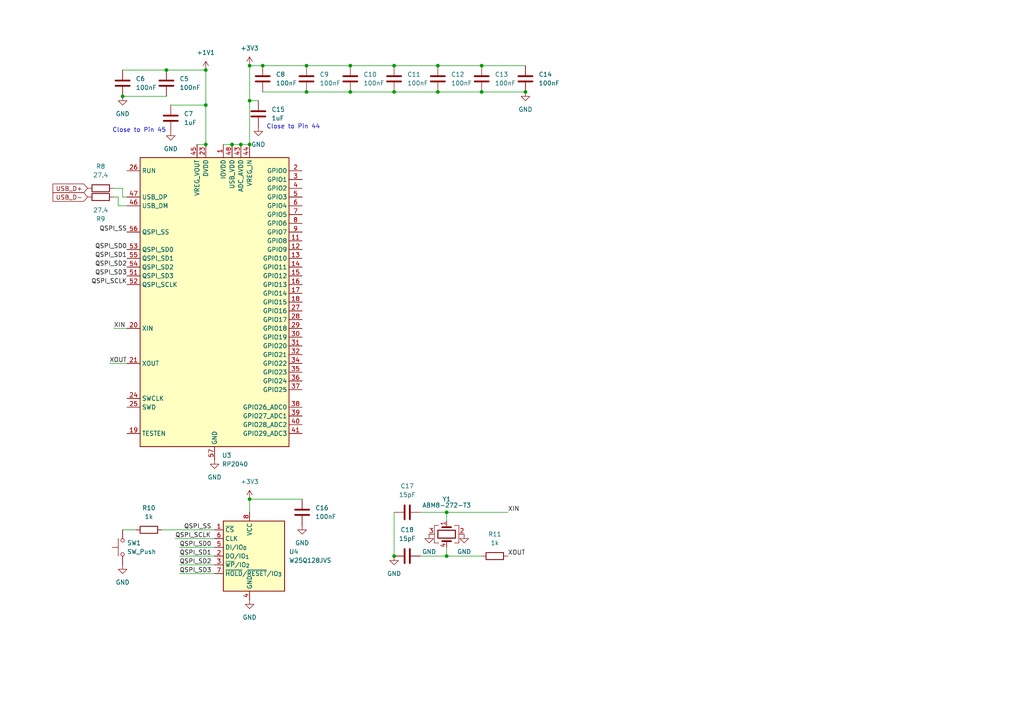
<source format=kicad_sch>
(kicad_sch (version 20250114) (generator "eeschema") (generator_version "9.0")
  (paper "A4")
  (lib_symbols
    (symbol "Device:C" (pin_numbers (hide yes)) (pin_names (offset 0.254))
      (property "Reference" "C" (at 0.635 2.54 0))
      (property "Value" "C" (at 0.635 -2.54 0))
      (symbol "C_0_1"
        (polyline (pts (xy -2.032 0.762) (xy 2.032 0.762)) (stroke (width 0.508)))
        (polyline (pts (xy -2.032 -0.762) (xy 2.032 -0.762)) (stroke (width 0.508)))
      )
      (symbol "C_1_1"
        (pin passive line (at 0 3.81 270) (length 2.794) (name "~") (number "1"))
        (pin passive line (at 0 -3.81 90) (length 2.794) (name "~") (number "2"))
      )
    )
    (symbol "Device:Crystal_GND23" (pin_names (offset 1.016) (hide yes))
      (property "Reference" "Y" (at 3.175 5.08 0))
      (property "Value" "Crystal_GND23" (at 3.175 3.175 0))
      (symbol "Crystal_GND23_0_1"
        (polyline (pts (xy -2.54 2.286) (xy -2.54 3.556) (xy 2.54 3.556) (xy 2.54 2.286)))
        (polyline (pts (xy -2.54 0) (xy -2.032 0)))
        (polyline (pts (xy -2.54 -2.286) (xy -2.54 -3.556) (xy 2.54 -3.556) (xy 2.54 -2.286)))
        (polyline (pts (xy -2.032 -1.27) (xy -2.032 1.27)) (stroke (width 0.508)))
        (rectangle (start -1.143 2.54) (end 1.143 -2.54) (stroke (width 0.3048)))
        (polyline (pts (xy 0 3.556) (xy 0 3.81)))
        (polyline (pts (xy 0 -3.81) (xy 0 -3.556)))
        (polyline (pts (xy 2.032 0) (xy 2.54 0)))
        (polyline (pts (xy 2.032 -1.27) (xy 2.032 1.27)) (stroke (width 0.508)))
      )
      (symbol "Crystal_GND23_1_1"
        (pin passive line (at -3.81 0 0) (length 1.27) (name "1") (number "1"))
        (pin passive line (at 0 5.08 270) (length 1.27) (name "2") (number "2"))
        (pin passive line (at 0 -5.08 90) (length 1.27) (name "3") (number "3"))
        (pin passive line (at 3.81 0 180) (length 1.27) (name "4") (number "4"))
      )
    )
    (symbol "Device:R" (pin_numbers (hide yes)) (pin_names (offset 0))
      (property "Reference" "R" (at 2.032 0 90))
      (property "Value" "R" (at 0 0 90))
      (symbol "R_0_1"
        (rectangle (start -1.016 -2.54) (end 1.016 2.54) (stroke (width 0.254)))
      )
      (symbol "R_1_1"
        (pin passive line (at 0 3.81 270) (length 1.27) (name "~") (number "1"))
        (pin passive line (at 0 -3.81 90) (length 1.27) (name "~") (number "2"))
      )
    )
    (symbol "MCU_RaspberryPi:RP2040"
      (property "Reference" "U" (at 17.78 45.72 0))
      (property "Value" "RP2040" (at 17.78 43.18 0))
      (symbol "RP2040_0_1"
        (rectangle (start -21.59 41.91) (end 21.59 -41.91) (stroke (width 0.254)) (fill (type background)))
      )
      (symbol "RP2040_1_1"
        (pin input line (at -25.4 38.1 0) (length 3.81) (name "RUN") (number "26"))
        (pin bidirectional line (at -25.4 30.48 0) (length 3.81) (name "USB_DP") (number "47"))
        (pin bidirectional line (at -25.4 27.94 0) (length 3.81) (name "USB_DM") (number "46"))
        (pin bidirectional line (at -25.4 20.32 0) (length 3.81) (name "QSPI_SS") (number "56"))
        (pin bidirectional line (at -25.4 15.24 0) (length 3.81) (name "QSPI_SD0") (number "53"))
        (pin bidirectional line (at -25.4 12.7 0) (length 3.81) (name "QSPI_SD1") (number "55"))
        (pin bidirectional line (at -25.4 10.16 0) (length 3.81) (name "QSPI_SD2") (number "54"))
        (pin bidirectional line (at -25.4 7.62 0) (length 3.81) (name "QSPI_SD3") (number "51"))
        (pin output line (at -25.4 5.08 0) (length 3.81) (name "QSPI_SCLK") (number "52"))
        (pin input line (at -25.4 -7.62 0) (length 3.81) (name "XIN") (number "20"))
        (pin passive line (at -25.4 -17.78 0) (length 3.81) (name "XOUT") (number "21"))
        (pin input line (at -25.4 -27.94 0) (length 3.81) (name "SWCLK") (number "24"))
        (pin bidirectional line (at -25.4 -30.48 0) (length 3.81) (name "SWD") (number "25"))
        (pin input line (at -25.4 -38.1 0) (length 3.81) (name "TESTEN") (number "19"))
        (pin power_out line (at -5.08 45.72 270) (length 3.81) (name "VREG_VOUT") (number "45"))
        (pin power_in line (at -2.54 45.72 270) (length 3.81) (name "DVDD") (number "23"))
        (pin passive line (at -2.54 45.72 270) (length 3.81) (hide yes) (name "DVDD") (number "50"))
        (pin power_in line (at 0 -45.72 90) (length 3.81) (name "GND") (number "57"))
        (pin power_in line (at 2.54 45.72 270) (length 3.81) (name "IOVDD") (number "1"))
        (pin passive line (at 2.54 45.72 270) (length 3.81) (hide yes) (name "IOVDD") (number "10"))
        (pin passive line (at 2.54 45.72 270) (length 3.81) (hide yes) (name "IOVDD") (number "22"))
        (pin passive line (at 2.54 45.72 270) (length 3.81) (hide yes) (name "IOVDD") (number "33"))
        (pin passive line (at 2.54 45.72 270) (length 3.81) (hide yes) (name "IOVDD") (number "42"))
        (pin passive line (at 2.54 45.72 270) (length 3.81) (hide yes) (name "IOVDD") (number "49"))
        (pin power_in line (at 5.08 45.72 270) (length 3.81) (name "USB_VDD") (number "48"))
        (pin power_in line (at 7.62 45.72 270) (length 3.81) (name "ADC_AVDD") (number "43"))
        (pin power_in line (at 10.16 45.72 270) (length 3.81) (name "VREG_IN") (number "44"))
        (pin bidirectional line (at 25.4 38.1 180) (length 3.81) (name "GPIO0") (number "2"))
        (pin bidirectional line (at 25.4 35.56 180) (length 3.81) (name "GPIO1") (number "3"))
        (pin bidirectional line (at 25.4 33.02 180) (length 3.81) (name "GPIO2") (number "4"))
        (pin bidirectional line (at 25.4 30.48 180) (length 3.81) (name "GPIO3") (number "5"))
        (pin bidirectional line (at 25.4 27.94 180) (length 3.81) (name "GPIO4") (number "6"))
        (pin bidirectional line (at 25.4 25.4 180) (length 3.81) (name "GPIO5") (number "7"))
        (pin bidirectional line (at 25.4 22.86 180) (length 3.81) (name "GPIO6") (number "8"))
        (pin bidirectional line (at 25.4 20.32 180) (length 3.81) (name "GPIO7") (number "9"))
        (pin bidirectional line (at 25.4 17.78 180) (length 3.81) (name "GPIO8") (number "11"))
        (pin bidirectional line (at 25.4 15.24 180) (length 3.81) (name "GPIO9") (number "12"))
        (pin bidirectional line (at 25.4 12.7 180) (length 3.81) (name "GPIO10") (number "13"))
        (pin bidirectional line (at 25.4 10.16 180) (length 3.81) (name "GPIO11") (number "14"))
        (pin bidirectional line (at 25.4 7.62 180) (length 3.81) (name "GPIO12") (number "15"))
        (pin bidirectional line (at 25.4 5.08 180) (length 3.81) (name "GPIO13") (number "16"))
        (pin bidirectional line (at 25.4 2.54 180) (length 3.81) (name "GPIO14") (number "17"))
        (pin bidirectional line (at 25.4 0 180) (length 3.81) (name "GPIO15") (number "18"))
        (pin bidirectional line (at 25.4 -2.54 180) (length 3.81) (name "GPIO16") (number "27"))
        (pin bidirectional line (at 25.4 -5.08 180) (length 3.81) (name "GPIO17") (number "28"))
        (pin bidirectional line (at 25.4 -7.62 180) (length 3.81) (name "GPIO18") (number "29"))
        (pin bidirectional line (at 25.4 -10.16 180) (length 3.81) (name "GPIO19") (number "30"))
        (pin bidirectional line (at 25.4 -12.7 180) (length 3.81) (name "GPIO20") (number "31"))
        (pin bidirectional line (at 25.4 -15.24 180) (length 3.81) (name "GPIO21") (number "32"))
        (pin bidirectional line (at 25.4 -17.78 180) (length 3.81) (name "GPIO22") (number "34"))
        (pin bidirectional line (at 25.4 -20.32 180) (length 3.81) (name "GPIO23") (number "35"))
        (pin bidirectional line (at 25.4 -22.86 180) (length 3.81) (name "GPIO24") (number "36"))
        (pin bidirectional line (at 25.4 -25.4 180) (length 3.81) (name "GPIO25") (number "37"))
        (pin bidirectional line (at 25.4 -30.48 180) (length 3.81) (name "GPIO26_ADC0") (number "38"))
        (pin bidirectional line (at 25.4 -33.02 180) (length 3.81) (name "GPIO27_ADC1") (number "39"))
        (pin bidirectional line (at 25.4 -35.56 180) (length 3.81) (name "GPIO28_ADC2") (number "40"))
        (pin bidirectional line (at 25.4 -38.1 180) (length 3.81) (name "GPIO29_ADC3") (number "41"))
      )
    )
    (symbol "Memory_Flash:W25Q128JVS"
      (property "Reference" "U" (at -6.35 11.43 0))
      (property "Value" "W25Q128JVS" (at 7.62 11.43 0))
      (symbol "W25Q128JVS_0_1"
        (rectangle (start -7.62 10.16) (end 10.16 -10.16) (stroke (width 0.254)) (fill (type background)))
      )
      (symbol "W25Q128JVS_1_1"
        (pin input line (at -10.16 7.62 0) (length 2.54) (name "~{CS}") (number "1"))
        (pin input line (at -10.16 5.08 0) (length 2.54) (name "CLK") (number "6"))
        (pin bidirectional line (at -10.16 2.54 0) (length 2.54) (name "DI/IO_{0}") (number "5"))
        (pin bidirectional line (at -10.16 0 0) (length 2.54) (name "DO/IO_{1}") (number "2"))
        (pin bidirectional line (at -10.16 -2.54 0) (length 2.54) (name "~{WP}/IO_{2}") (number "3"))
        (pin bidirectional line (at -10.16 -5.08 0) (length 2.54) (name "~{HOLD}/~{RESET}/IO_{3}") (number "7"))
        (pin power_in line (at 0 12.7 270) (length 2.54) (name "VCC") (number "8"))
        (pin power_in line (at 0 -12.7 90) (length 2.54) (name "GND") (number "4"))
      )
    )
    (symbol "Switch:SW_Push" (pin_numbers (hide yes)) (pin_names (offset 1.016) (hide yes))
      (property "Reference" "SW" (at 1.27 2.54 0))
      (property "Value" "SW_Push" (at 0 -1.524 0))
      (symbol "SW_Push_0_1"
        (circle (center -2.032 0) (radius 0.508))
        (polyline (pts (xy 0 1.27) (xy 0 3.048)))
        (circle (center 2.032 0) (radius 0.508))
        (polyline (pts (xy 2.54 1.27) (xy -2.54 1.27)))
        (pin passive line (at -5.08 0 0) (length 2.54) (name "1") (number "1"))
        (pin passive line (at 5.08 0 180) (length 2.54) (name "2") (number "2"))
      )
    )
    (symbol "power:+1V1" (power) (pin_numbers (hide yes)) (pin_names (offset 0) (hide yes))
      (property "Value" "+1V1" (at 0 3.556 0))
      (symbol "+1V1_0_1"
        (polyline (pts (xy -0.762 1.27) (xy 0 2.54)))
        (polyline (pts (xy 0 2.54) (xy 0.762 1.27)))
        (polyline (pts (xy 0 0) (xy 0 2.54)))
      )
      (symbol "+1V1_1_1"
        (pin power_in line (at 0 0 90) (length 0) (name "~") (number "1"))
      )
    )
    (symbol "power:+3V3" (power) (pin_numbers (hide yes)) (pin_names (offset 0) (hide yes))
      (property "Value" "+3V3" (at 0 3.556 0))
      (symbol "+3V3_0_1"
        (polyline (pts (xy -0.762 1.27) (xy 0 2.54)))
        (polyline (pts (xy 0 2.54) (xy 0.762 1.27)))
        (polyline (pts (xy 0 0) (xy 0 2.54)))
      )
      (symbol "+3V3_1_1"
        (pin power_in line (at 0 0 90) (length 0) (name "~") (number "1"))
      )
    )
    (symbol "power:GND" (power) (pin_numbers (hide yes)) (pin_names (offset 0) (hide yes))
      (property "Value" "GND" (at 0 -3.81 0))
      (symbol "GND_0_1"
        (polyline (pts (xy 0 0) (xy 0 -1.27) (xy 1.27 -1.27) (xy 0 -2.54) (xy -1.27 -1.27) (xy 0 -1.27)))
      )
      (symbol "GND_1_1"
        (pin power_in line (at 0 0 270) (length 0) (name "~") (number "1"))
      )
    )
  )
  (text "Close to Pin 44" (at 85.09 36.83 0) (effects (font (size 1.27 1.27))))
  (text "Close to Pin 45" (at 40.386 37.846 0) (effects (font (size 1.27 1.27))))
  (junction (at 59.69 41.91))
  (junction (at 72.39 41.91))
  (junction (at 114.3 161.29))
  (junction (at 139.7 26.67))
  (junction (at 127 26.67))
  (junction (at 48.26 20.32))
  (junction (at 72.39 29.21))
  (junction (at 88.9 26.67))
  (junction (at 139.7 19.05))
  (junction (at 76.2 19.05))
  (junction (at 35.56 27.94))
  (junction (at 114.3 26.67))
  (junction (at 67.31 41.91))
  (junction (at 129.54 161.29))
  (junction (at 101.6 26.67))
  (junction (at 59.69 20.32))
  (junction (at 152.4 26.67))
  (junction (at 127 19.05))
  (junction (at 114.3 19.05))
  (junction (at 69.85 41.91))
  (junction (at 72.39 19.05))
  (junction (at 59.69 30.48))
  (junction (at 88.9 19.05))
  (junction (at 101.6 19.05))
  (junction (at 129.54 148.59))
  (junction (at 72.39 144.78))
  (wire (pts (xy 67.31 41.91) (xy 69.85 41.91)))
  (wire (pts (xy 139.7 26.67) (xy 152.4 26.67)))
  (wire (pts (xy 76.2 26.67) (xy 88.9 26.67)))
  (wire (pts (xy 88.9 26.67) (xy 101.6 26.67)))
  (wire (pts (xy 129.54 161.29) (xy 139.7 161.29)))
  (wire (pts (xy 52.07 166.37) (xy 62.23 166.37)))
  (wire (pts (xy 50.8 156.21) (xy 62.23 156.21)))
  (wire (pts (xy 72.39 19.05) (xy 72.39 29.21)))
  (wire (pts (xy 121.92 148.59) (xy 129.54 148.59)))
  (wire (pts (xy 33.02 54.61) (xy 35.56 54.61)))
  (wire (pts (xy 87.63 144.78) (xy 72.39 144.78)))
  (wire (pts (xy 152.4 19.05) (xy 139.7 19.05)))
  (wire (pts (xy 35.56 27.94) (xy 48.26 27.94)))
  (wire (pts (xy 35.56 20.32) (xy 48.26 20.32)))
  (wire (pts (xy 147.32 148.59) (xy 129.54 148.59)))
  (wire (pts (xy 35.56 57.15) (xy 36.83 57.15)))
  (wire (pts (xy 52.07 163.83) (xy 62.23 163.83)))
  (wire (pts (xy 129.54 161.29) (xy 129.54 158.75)))
  (wire (pts (xy 52.07 158.75) (xy 62.23 158.75)))
  (wire (pts (xy 129.54 148.59) (xy 129.54 151.13)))
  (wire (pts (xy 46.99 153.67) (xy 62.23 153.67)))
  (wire (pts (xy 48.26 20.32) (xy 59.69 20.32)))
  (wire (pts (xy 76.2 19.05) (xy 72.39 19.05)))
  (wire (pts (xy 127 26.67) (xy 139.7 26.67)))
  (wire (pts (xy 139.7 19.05) (xy 127 19.05)))
  (wire (pts (xy 59.69 30.48) (xy 59.69 41.91)))
  (wire (pts (xy 114.3 19.05) (xy 101.6 19.05)))
  (wire (pts (xy 101.6 19.05) (xy 88.9 19.05)))
  (wire (pts (xy 35.56 54.61) (xy 35.56 57.15)))
  (wire (pts (xy 33.02 95.25) (xy 36.83 95.25)))
  (wire (pts (xy 88.9 19.05) (xy 76.2 19.05)))
  (wire (pts (xy 31.75 105.41) (xy 36.83 105.41)))
  (wire (pts (xy 57.15 41.91) (xy 59.69 41.91)))
  (wire (pts (xy 121.92 161.29) (xy 129.54 161.29)))
  (wire (pts (xy 69.85 41.91) (xy 72.39 41.91)))
  (wire (pts (xy 49.53 30.48) (xy 59.69 30.48)))
  (wire (pts (xy 35.56 153.67) (xy 39.37 153.67)))
  (wire (pts (xy 114.3 148.59) (xy 114.3 161.29)))
  (wire (pts (xy 34.29 59.69) (xy 36.83 59.69)))
  (wire (pts (xy 34.29 57.15) (xy 34.29 59.69)))
  (wire (pts (xy 72.39 29.21) (xy 74.93 29.21)))
  (wire (pts (xy 114.3 26.67) (xy 127 26.67)))
  (wire (pts (xy 72.39 144.78) (xy 72.39 148.59)))
  (wire (pts (xy 59.69 20.32) (xy 59.69 30.48)))
  (wire (pts (xy 52.07 161.29) (xy 62.23 161.29)))
  (wire (pts (xy 64.77 41.91) (xy 67.31 41.91)))
  (wire (pts (xy 72.39 29.21) (xy 72.39 41.91)))
  (wire (pts (xy 127 19.05) (xy 114.3 19.05)))
  (wire (pts (xy 33.02 57.15) (xy 34.29 57.15)))
  (wire (pts (xy 101.6 26.67) (xy 114.3 26.67)))
  (label "QSPI_SCLK" (at 36.83 82.55 180))
  (label "XIN" (at 147.32 148.59 0))
  (label "QSPI_SD2" (at 36.83 77.47 180))
  (label "QSPI_SS" (at 53.34 153.67 0))
  (label "QSPI_SS" (at 36.83 67.31 180))
  (label "QSPI_SD3" (at 36.83 80.01 180))
  (label "XOUT" (at 31.75 105.41 0))
  (label "QSPI_SCLK" (at 50.8 156.21 0))
  (label "QSPI_SD0" (at 52.07 158.75 0))
  (label "XIN" (at 33.02 95.25 0))
  (label "QSPI_SD3" (at 52.07 166.37 0))
  (label "QSPI_SD1" (at 36.83 74.93 180))
  (label "QSPI_SD2" (at 52.07 163.83 0))
  (label "QSPI_SD1" (at 52.07 161.29 0))
  (label "XOUT" (at 147.32 161.29 0))
  (label "QSPI_SD0" (at 36.83 72.39 180))
  (global_label "USB_D-" (shape input) (at 25.4 57.15 180) (property "Intersheetrefs" "${INTERSHEET_REFS}" (effects (hide yes))))
  (global_label "USB_D+" (shape input) (at 25.4 54.61 180) (property "Intersheetrefs" "${INTERSHEET_REFS}" (effects (hide yes))))
  (symbol (lib_id "power:GND") (at 35.56 163.83 0) (unit 1)
    (property "Reference" "#PWR024" (effects (hide yes)))
    (property "Value" "GND" (at 35.56 168.91 0))
    (property "Description" "Power symbol creates a global label with name \"GND\" , ground" (effects (hide yes)))
  )
  (symbol (lib_id "power:GND") (at 74.93 36.83 0) (unit 1)
    (property "Reference" "#PWR018" (effects (hide yes)))
    (property "Value" "GND" (at 74.93 41.91 0))
    (property "Description" "Power symbol creates a global label with name \"GND\" , ground" (effects (hide yes)))
  )
  (symbol (lib_id "Switch:SW_Push") (at 35.56 158.75 90) (unit 1)
    (property "Reference" "SW1" (at 36.83 157.4799 90) (effects (justify right)))
    (property "Value" "SW_Push" (at 36.83 160.0199 90) (effects (justify right)))
    (property "Description" "Push button switch, generic, two pins" (effects (hide yes)))
  )
  (symbol (lib_id "power:GND") (at 152.4 26.67 0) (unit 1)
    (property "Reference" "#PWR019" (effects (hide yes)))
    (property "Value" "GND" (at 152.4 31.75 0))
    (property "Description" "Power symbol creates a global label with name \"GND\" , ground" (effects (hide yes)))
  )
  (symbol (lib_id "Memory_Flash:W25Q128JVS") (at 72.39 161.29 0) (unit 1)
    (property "Reference" "U4" (at 83.82 160.0199 0) (effects (justify left)))
    (property "Value" "W25Q128JVS" (at 83.82 162.5599 0) (effects (justify left)))
    (property "Footprint" "Package_SO:SOIC-8_5.3x5.3mm_P1.27mm" (effects (hide yes)))
    (property "Datasheet" "https://www.winbond.com/resource-files/w25q128jv_dtr%20revc%2003272018%20plus.pdf" (effects (hide yes)))
    (property "Description" "128Mbit / 16MiB Serial Flash Memory, Standard/Dual/Quad SPI, 2.7-3.6V, SOIC-8" (effects (hide yes)))
  )
  (symbol (lib_id "MCU_RaspberryPi:RP2040") (at 62.23 87.63 0) (unit 1)
    (property "Reference" "U3" (at 64.3733 132.08 0) (effects (justify left)))
    (property "Value" "RP2040" (at 64.3733 134.62 0) (effects (justify left)))
    (property "Footprint" "Package_DFN_QFN:QFN-56-1EP_7x7mm_P0.4mm_EP3.2x3.2mm" (effects (hide yes)))
    (property "Datasheet" "https://datasheets.raspberrypi.com/rp2040/rp2040-datasheet.pdf" (effects (hide yes)))
    (property "Description" "A microcontroller by Raspberry Pi" (effects (hide yes)))
  )
  (symbol (lib_id "power:GND") (at 124.46 154.94 0) (unit 1)
    (property "Reference" "#PWR026" (effects (hide yes)))
    (property "Value" "GND" (at 124.46 160.02 0))
    (property "Description" "Power symbol creates a global label with name \"GND\" , ground" (effects (hide yes)))
  )
  (symbol (lib_id "power:+3V3") (at 72.39 144.78 0) (unit 1)
    (property "Reference" "#PWR022" (effects (hide yes)))
    (property "Value" "+3V3" (at 72.39 139.7 0))
    (property "Description" "Power symbol creates a global label with name \"+3V3\"" (effects (hide yes)))
  )
  (symbol (lib_id "power:+3V3") (at 72.39 19.05 0) (unit 1)
    (property "Reference" "#PWR020" (effects (hide yes)))
    (property "Value" "+3V3" (at 72.39 13.97 0))
    (property "Description" "Power symbol creates a global label with name \"+3V3\"" (effects (hide yes)))
  )
  (symbol (lib_id "power:+1V1") (at 59.69 20.32 0) (unit 1)
    (property "Reference" "#PWR017" (effects (hide yes)))
    (property "Value" "+1V1" (at 59.69 15.24 0))
    (property "Description" "Power symbol creates a global label with name \"+1V1\"" (effects (hide yes)))
  )
  (symbol (lib_id "power:GND") (at 49.53 38.1 0) (unit 1)
    (property "Reference" "#PWR015" (effects (hide yes)))
    (property "Value" "GND" (at 49.53 43.18 0))
    (property "Description" "Power symbol creates a global label with name \"GND\" , ground" (effects (hide yes)))
  )
  (symbol (lib_id "Device:R") (at 143.51 161.29 90) (unit 1)
    (property "Reference" "R11" (at 143.51 154.94 90))
    (property "Value" "1k" (at 143.51 157.48 90))
    (property "Description" "Resistor" (effects (hide yes)))
  )
  (symbol (lib_id "Device:C") (at 88.9 22.86 0) (unit 1)
    (property "Reference" "C9" (at 92.71 21.5899 0) (effects (justify left)))
    (property "Value" "100nF" (at 92.71 24.1299 0) (effects (justify left)))
    (property "Description" "Unpolarized capacitor" (effects (hide yes)))
  )
  (symbol (lib_id "Device:C") (at 87.63 148.59 0) (unit 1)
    (property "Reference" "C16" (at 91.44 147.3199 0) (effects (justify left)))
    (property "Value" "100nF" (at 91.44 149.8599 0) (effects (justify left)))
    (property "Description" "Unpolarized capacitor" (effects (hide yes)))
  )
  (symbol (lib_id "Device:C") (at 127 22.86 0) (unit 1)
    (property "Reference" "C12" (at 130.81 21.5899 0) (effects (justify left)))
    (property "Value" "100nF" (at 130.81 24.1299 0) (effects (justify left)))
    (property "Description" "Unpolarized capacitor" (effects (hide yes)))
  )
  (symbol (lib_id "power:GND") (at 72.39 173.99 0) (unit 1)
    (property "Reference" "#PWR023" (effects (hide yes)))
    (property "Value" "GND" (at 72.39 179.07 0))
    (property "Description" "Power symbol creates a global label with name \"GND\" , ground" (effects (hide yes)))
  )
  (symbol (lib_id "power:GND") (at 87.63 152.4 0) (unit 1)
    (property "Reference" "#PWR021" (effects (hide yes)))
    (property "Value" "GND" (at 87.63 157.48 0))
    (property "Description" "Power symbol creates a global label with name \"GND\" , ground" (effects (hide yes)))
  )
  (symbol (lib_id "power:GND") (at 114.3 161.29 0) (unit 1)
    (property "Reference" "#PWR028" (effects (hide yes)))
    (property "Value" "GND" (at 114.3 166.37 0))
    (property "Description" "Power symbol creates a global label with name \"GND\" , ground" (effects (hide yes)))
  )
  (symbol (lib_id "Device:C") (at 35.56 24.13 0) (unit 1)
    (property "Reference" "C6" (at 39.37 22.8599 0) (effects (justify left)))
    (property "Value" "100nF" (at 39.37 25.3999 0) (effects (justify left)))
    (property "Description" "Unpolarized capacitor" (effects (hide yes)))
  )
  (symbol (lib_id "Device:C") (at 74.93 33.02 0) (unit 1)
    (property "Reference" "C15" (at 78.74 31.7499 0) (effects (justify left)))
    (property "Value" "1uF" (at 78.74 34.2899 0) (effects (justify left)))
    (property "Description" "Unpolarized capacitor" (effects (hide yes)))
  )
  (symbol (lib_id "Device:Crystal_GND23") (at 129.54 154.94 270) (unit 1)
    (property "Reference" "Y1" (at 129.54 144.78 90))
    (property "Value" "ABM8-272-T3" (at 129.54 146.558 90))
    (property "Description" "Four pin crystal, GND on pins 2 and 3" (effects (hide yes)))
  )
  (symbol (lib_id "Device:C") (at 49.53 34.29 0) (unit 1)
    (property "Reference" "C7" (at 53.34 33.0199 0) (effects (justify left)))
    (property "Value" "1uF" (at 53.34 35.5599 0) (effects (justify left)))
    (property "Description" "Unpolarized capacitor" (effects (hide yes)))
  )
  (symbol (lib_id "Device:C") (at 101.6 22.86 0) (unit 1)
    (property "Reference" "C10" (at 105.41 21.5899 0) (effects (justify left)))
    (property "Value" "100nF" (at 105.41 24.1299 0) (effects (justify left)))
    (property "Description" "Unpolarized capacitor" (effects (hide yes)))
  )
  (symbol (lib_id "Device:C") (at 48.26 24.13 0) (unit 1)
    (property "Reference" "C5" (at 52.07 22.8599 0) (effects (justify left)))
    (property "Value" "100nF" (at 52.07 25.3999 0) (effects (justify left)))
    (property "Description" "Unpolarized capacitor" (effects (hide yes)))
  )
  (symbol (lib_id "Device:C") (at 118.11 148.59 90) (unit 1)
    (property "Reference" "C17" (at 118.11 140.97 90))
    (property "Value" "15pF" (at 118.11 143.51 90))
    (property "Description" "Unpolarized capacitor" (effects (hide yes)))
  )
  (symbol (lib_id "Device:R") (at 29.21 54.61 90) (unit 1)
    (property "Reference" "R8" (at 29.21 48.26 90))
    (property "Value" "27.4" (at 29.21 50.8 90))
    (property "Description" "Resistor" (effects (hide yes)))
  )
  (symbol (lib_id "power:GND") (at 134.62 154.94 0) (unit 1)
    (property "Reference" "#PWR027" (effects (hide yes)))
    (property "Value" "GND" (at 134.62 160.02 0))
    (property "Description" "Power symbol creates a global label with name \"GND\" , ground" (effects (hide yes)))
  )
  (symbol (lib_id "Device:C") (at 118.11 161.29 90) (unit 1)
    (property "Reference" "C18" (at 118.11 153.67 90))
    (property "Value" "15pF" (at 118.11 156.21 90))
    (property "Description" "Unpolarized capacitor" (effects (hide yes)))
  )
  (symbol (lib_id "Device:C") (at 114.3 22.86 0) (unit 1)
    (property "Reference" "C11" (at 118.11 21.5899 0) (effects (justify left)))
    (property "Value" "100nF" (at 118.11 24.1299 0) (effects (justify left)))
    (property "Description" "Unpolarized capacitor" (effects (hide yes)))
  )
  (symbol (lib_id "Device:C") (at 139.7 22.86 0) (unit 1)
    (property "Reference" "C13" (at 143.51 21.5899 0) (effects (justify left)))
    (property "Value" "100nF" (at 143.51 24.1299 0) (effects (justify left)))
    (property "Description" "Unpolarized capacitor" (effects (hide yes)))
  )
  (symbol (lib_id "Device:C") (at 76.2 22.86 0) (unit 1)
    (property "Reference" "C8" (at 80.01 21.5899 0) (effects (justify left)))
    (property "Value" "100nF" (at 80.01 24.1299 0) (effects (justify left)))
    (property "Description" "Unpolarized capacitor" (effects (hide yes)))
  )
  (symbol (lib_id "Device:R") (at 43.18 153.67 90) (unit 1)
    (property "Reference" "R10" (at 43.18 147.32 90))
    (property "Value" "1k" (at 43.18 149.86 90))
    (property "Description" "Resistor" (effects (hide yes)))
  )
  (symbol (lib_id "power:GND") (at 62.23 133.35 0) (unit 1)
    (property "Reference" "#PWR025" (effects (hide yes)))
    (property "Value" "GND" (at 62.23 138.43 0))
    (property "Description" "Power symbol creates a global label with name \"GND\" , ground" (effects (hide yes)))
  )
  (symbol (lib_id "Device:R") (at 29.21 57.15 90) (mirror x) (unit 1)
    (property "Reference" "R9" (at 29.21 63.5 90))
    (property "Value" "27.4" (at 29.21 60.96 90))
    (property "Description" "Resistor" (effects (hide yes)))
  )
  (symbol (lib_id "power:GND") (at 35.56 27.94 0) (unit 1)
    (property "Reference" "#PWR016" (effects (hide yes)))
    (property "Value" "GND" (at 35.56 33.02 0))
    (property "Description" "Power symbol creates a global label with name \"GND\" , ground" (effects (hide yes)))
  )
  (symbol (lib_id "Device:C") (at 152.4 22.86 0) (unit 1)
    (property "Reference" "C14" (at 156.21 21.5899 0) (effects (justify left)))
    (property "Value" "100nF" (at 156.21 24.1299 0) (effects (justify left)))
    (property "Description" "Unpolarized capacitor" (effects (hide yes)))
  )
)
</source>
